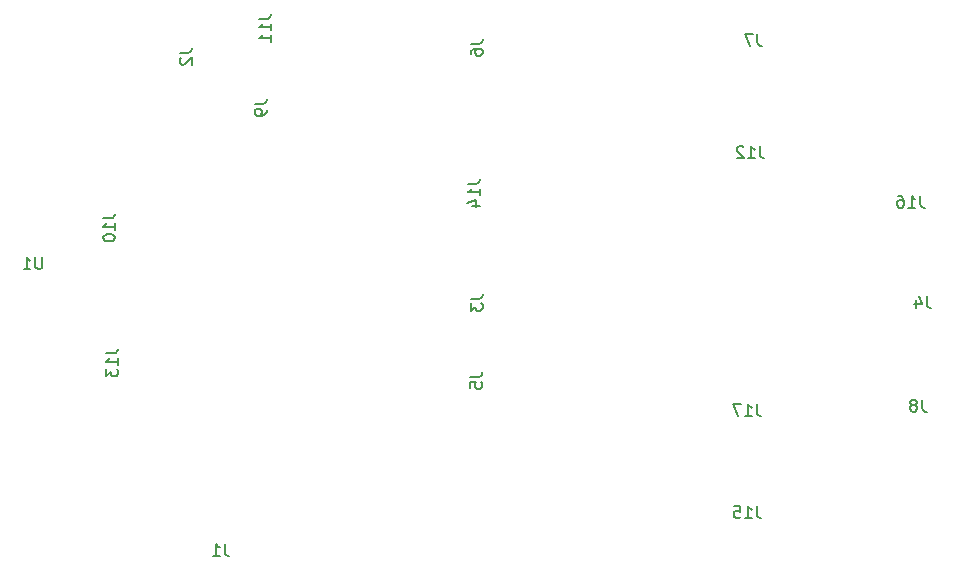
<source format=gbr>
G04 #@! TF.GenerationSoftware,KiCad,Pcbnew,(5.1.5-0-10_14)*
G04 #@! TF.CreationDate,2021-11-28T08:27:30+10:00*
G04 #@! TF.ProjectId,OH - Left Console - Output Distribution,4f48202d-204c-4656-9674-20436f6e736f,rev?*
G04 #@! TF.SameCoordinates,Original*
G04 #@! TF.FileFunction,Legend,Bot*
G04 #@! TF.FilePolarity,Positive*
%FSLAX46Y46*%
G04 Gerber Fmt 4.6, Leading zero omitted, Abs format (unit mm)*
G04 Created by KiCad (PCBNEW (5.1.5-0-10_14)) date 2021-11-28 08:27:30*
%MOMM*%
%LPD*%
G04 APERTURE LIST*
%ADD10C,0.150000*%
G04 APERTURE END LIST*
D10*
X164933380Y-49101476D02*
X165647666Y-49101476D01*
X165790523Y-49053857D01*
X165885761Y-48958619D01*
X165933380Y-48815761D01*
X165933380Y-48720523D01*
X165933380Y-50101476D02*
X165933380Y-49530047D01*
X165933380Y-49815761D02*
X164933380Y-49815761D01*
X165076238Y-49720523D01*
X165171476Y-49625285D01*
X165219095Y-49530047D01*
X165266714Y-50958619D02*
X165933380Y-50958619D01*
X164885761Y-50720523D02*
X165600047Y-50482428D01*
X165600047Y-51101476D01*
X165187380Y-37258666D02*
X165901666Y-37258666D01*
X166044523Y-37211047D01*
X166139761Y-37115809D01*
X166187380Y-36972952D01*
X166187380Y-36877714D01*
X165187380Y-38163428D02*
X165187380Y-37972952D01*
X165235000Y-37877714D01*
X165282619Y-37830095D01*
X165425476Y-37734857D01*
X165615952Y-37687238D01*
X165996904Y-37687238D01*
X166092142Y-37734857D01*
X166139761Y-37782476D01*
X166187380Y-37877714D01*
X166187380Y-38068190D01*
X166139761Y-38163428D01*
X166092142Y-38211047D01*
X165996904Y-38258666D01*
X165758809Y-38258666D01*
X165663571Y-38211047D01*
X165615952Y-38163428D01*
X165568333Y-38068190D01*
X165568333Y-37877714D01*
X165615952Y-37782476D01*
X165663571Y-37734857D01*
X165758809Y-37687238D01*
X165163380Y-65452666D02*
X165877666Y-65452666D01*
X166020523Y-65405047D01*
X166115761Y-65309809D01*
X166163380Y-65166952D01*
X166163380Y-65071714D01*
X165163380Y-66405047D02*
X165163380Y-65928857D01*
X165639571Y-65881238D01*
X165591952Y-65928857D01*
X165544333Y-66024095D01*
X165544333Y-66262190D01*
X165591952Y-66357428D01*
X165639571Y-66405047D01*
X165734809Y-66452666D01*
X165972904Y-66452666D01*
X166068142Y-66405047D01*
X166115761Y-66357428D01*
X166163380Y-66262190D01*
X166163380Y-66024095D01*
X166115761Y-65928857D01*
X166068142Y-65881238D01*
X165187380Y-58848666D02*
X165901666Y-58848666D01*
X166044523Y-58801047D01*
X166139761Y-58705809D01*
X166187380Y-58562952D01*
X166187380Y-58467714D01*
X165187380Y-59229619D02*
X165187380Y-59848666D01*
X165568333Y-59515333D01*
X165568333Y-59658190D01*
X165615952Y-59753428D01*
X165663571Y-59801047D01*
X165758809Y-59848666D01*
X165996904Y-59848666D01*
X166092142Y-59801047D01*
X166139761Y-59753428D01*
X166187380Y-59658190D01*
X166187380Y-59372476D01*
X166139761Y-59277238D01*
X166092142Y-59229619D01*
X140549380Y-38020666D02*
X141263666Y-38020666D01*
X141406523Y-37973047D01*
X141501761Y-37877809D01*
X141549380Y-37734952D01*
X141549380Y-37639714D01*
X140644619Y-38449238D02*
X140597000Y-38496857D01*
X140549380Y-38592095D01*
X140549380Y-38830190D01*
X140597000Y-38925428D01*
X140644619Y-38973047D01*
X140739857Y-39020666D01*
X140835095Y-39020666D01*
X140977952Y-38973047D01*
X141549380Y-38401619D01*
X141549380Y-39020666D01*
X144351333Y-79589380D02*
X144351333Y-80303666D01*
X144398952Y-80446523D01*
X144494190Y-80541761D01*
X144637047Y-80589380D01*
X144732285Y-80589380D01*
X143351333Y-80589380D02*
X143922761Y-80589380D01*
X143637047Y-80589380D02*
X143637047Y-79589380D01*
X143732285Y-79732238D01*
X143827523Y-79827476D01*
X143922761Y-79875095D01*
X203406333Y-67397380D02*
X203406333Y-68111666D01*
X203453952Y-68254523D01*
X203549190Y-68349761D01*
X203692047Y-68397380D01*
X203787285Y-68397380D01*
X202787285Y-67825952D02*
X202882523Y-67778333D01*
X202930142Y-67730714D01*
X202977761Y-67635476D01*
X202977761Y-67587857D01*
X202930142Y-67492619D01*
X202882523Y-67445000D01*
X202787285Y-67397380D01*
X202596809Y-67397380D01*
X202501571Y-67445000D01*
X202453952Y-67492619D01*
X202406333Y-67587857D01*
X202406333Y-67635476D01*
X202453952Y-67730714D01*
X202501571Y-67778333D01*
X202596809Y-67825952D01*
X202787285Y-67825952D01*
X202882523Y-67873571D01*
X202930142Y-67921190D01*
X202977761Y-68016428D01*
X202977761Y-68206904D01*
X202930142Y-68302142D01*
X202882523Y-68349761D01*
X202787285Y-68397380D01*
X202596809Y-68397380D01*
X202501571Y-68349761D01*
X202453952Y-68302142D01*
X202406333Y-68206904D01*
X202406333Y-68016428D01*
X202453952Y-67921190D01*
X202501571Y-67873571D01*
X202596809Y-67825952D01*
X203787333Y-58634380D02*
X203787333Y-59348666D01*
X203834952Y-59491523D01*
X203930190Y-59586761D01*
X204073047Y-59634380D01*
X204168285Y-59634380D01*
X202882571Y-58967714D02*
X202882571Y-59634380D01*
X203120666Y-58586761D02*
X203358761Y-59301047D01*
X202739714Y-59301047D01*
X203247523Y-50125380D02*
X203247523Y-50839666D01*
X203295142Y-50982523D01*
X203390380Y-51077761D01*
X203533238Y-51125380D01*
X203628476Y-51125380D01*
X202247523Y-51125380D02*
X202818952Y-51125380D01*
X202533238Y-51125380D02*
X202533238Y-50125380D01*
X202628476Y-50268238D01*
X202723714Y-50363476D01*
X202818952Y-50411095D01*
X201390380Y-50125380D02*
X201580857Y-50125380D01*
X201676095Y-50173000D01*
X201723714Y-50220619D01*
X201818952Y-50363476D01*
X201866571Y-50553952D01*
X201866571Y-50934904D01*
X201818952Y-51030142D01*
X201771333Y-51077761D01*
X201676095Y-51125380D01*
X201485619Y-51125380D01*
X201390380Y-51077761D01*
X201342761Y-51030142D01*
X201295142Y-50934904D01*
X201295142Y-50696809D01*
X201342761Y-50601571D01*
X201390380Y-50553952D01*
X201485619Y-50506333D01*
X201676095Y-50506333D01*
X201771333Y-50553952D01*
X201818952Y-50601571D01*
X201866571Y-50696809D01*
X128904904Y-55332380D02*
X128904904Y-56141904D01*
X128857285Y-56237142D01*
X128809666Y-56284761D01*
X128714428Y-56332380D01*
X128523952Y-56332380D01*
X128428714Y-56284761D01*
X128381095Y-56237142D01*
X128333476Y-56141904D01*
X128333476Y-55332380D01*
X127333476Y-56332380D02*
X127904904Y-56332380D01*
X127619190Y-56332380D02*
X127619190Y-55332380D01*
X127714428Y-55475238D01*
X127809666Y-55570476D01*
X127904904Y-55618095D01*
X189404523Y-67778380D02*
X189404523Y-68492666D01*
X189452142Y-68635523D01*
X189547380Y-68730761D01*
X189690238Y-68778380D01*
X189785476Y-68778380D01*
X188404523Y-68778380D02*
X188975952Y-68778380D01*
X188690238Y-68778380D02*
X188690238Y-67778380D01*
X188785476Y-67921238D01*
X188880714Y-68016476D01*
X188975952Y-68064095D01*
X188071190Y-67778380D02*
X187404523Y-67778380D01*
X187833095Y-68778380D01*
X189404523Y-76414380D02*
X189404523Y-77128666D01*
X189452142Y-77271523D01*
X189547380Y-77366761D01*
X189690238Y-77414380D01*
X189785476Y-77414380D01*
X188404523Y-77414380D02*
X188975952Y-77414380D01*
X188690238Y-77414380D02*
X188690238Y-76414380D01*
X188785476Y-76557238D01*
X188880714Y-76652476D01*
X188975952Y-76700095D01*
X187499761Y-76414380D02*
X187975952Y-76414380D01*
X188023571Y-76890571D01*
X187975952Y-76842952D01*
X187880714Y-76795333D01*
X187642619Y-76795333D01*
X187547380Y-76842952D01*
X187499761Y-76890571D01*
X187452142Y-76985809D01*
X187452142Y-77223904D01*
X187499761Y-77319142D01*
X187547380Y-77366761D01*
X187642619Y-77414380D01*
X187880714Y-77414380D01*
X187975952Y-77366761D01*
X188023571Y-77319142D01*
X134326380Y-63452476D02*
X135040666Y-63452476D01*
X135183523Y-63404857D01*
X135278761Y-63309619D01*
X135326380Y-63166761D01*
X135326380Y-63071523D01*
X135326380Y-64452476D02*
X135326380Y-63881047D01*
X135326380Y-64166761D02*
X134326380Y-64166761D01*
X134469238Y-64071523D01*
X134564476Y-63976285D01*
X134612095Y-63881047D01*
X134326380Y-64785809D02*
X134326380Y-65404857D01*
X134707333Y-65071523D01*
X134707333Y-65214380D01*
X134754952Y-65309619D01*
X134802571Y-65357238D01*
X134897809Y-65404857D01*
X135135904Y-65404857D01*
X135231142Y-65357238D01*
X135278761Y-65309619D01*
X135326380Y-65214380D01*
X135326380Y-64928666D01*
X135278761Y-64833428D01*
X135231142Y-64785809D01*
X189658523Y-45934380D02*
X189658523Y-46648666D01*
X189706142Y-46791523D01*
X189801380Y-46886761D01*
X189944238Y-46934380D01*
X190039476Y-46934380D01*
X188658523Y-46934380D02*
X189229952Y-46934380D01*
X188944238Y-46934380D02*
X188944238Y-45934380D01*
X189039476Y-46077238D01*
X189134714Y-46172476D01*
X189229952Y-46220095D01*
X188277571Y-46029619D02*
X188229952Y-45982000D01*
X188134714Y-45934380D01*
X187896619Y-45934380D01*
X187801380Y-45982000D01*
X187753761Y-46029619D01*
X187706142Y-46124857D01*
X187706142Y-46220095D01*
X187753761Y-46362952D01*
X188325190Y-46934380D01*
X187706142Y-46934380D01*
X147280380Y-35131476D02*
X147994666Y-35131476D01*
X148137523Y-35083857D01*
X148232761Y-34988619D01*
X148280380Y-34845761D01*
X148280380Y-34750523D01*
X148280380Y-36131476D02*
X148280380Y-35560047D01*
X148280380Y-35845761D02*
X147280380Y-35845761D01*
X147423238Y-35750523D01*
X147518476Y-35655285D01*
X147566095Y-35560047D01*
X148280380Y-37083857D02*
X148280380Y-36512428D01*
X148280380Y-36798142D02*
X147280380Y-36798142D01*
X147423238Y-36702904D01*
X147518476Y-36607666D01*
X147566095Y-36512428D01*
X134072380Y-52022476D02*
X134786666Y-52022476D01*
X134929523Y-51974857D01*
X135024761Y-51879619D01*
X135072380Y-51736761D01*
X135072380Y-51641523D01*
X135072380Y-53022476D02*
X135072380Y-52451047D01*
X135072380Y-52736761D02*
X134072380Y-52736761D01*
X134215238Y-52641523D01*
X134310476Y-52546285D01*
X134358095Y-52451047D01*
X134072380Y-53641523D02*
X134072380Y-53736761D01*
X134120000Y-53832000D01*
X134167619Y-53879619D01*
X134262857Y-53927238D01*
X134453333Y-53974857D01*
X134691428Y-53974857D01*
X134881904Y-53927238D01*
X134977142Y-53879619D01*
X135024761Y-53832000D01*
X135072380Y-53736761D01*
X135072380Y-53641523D01*
X135024761Y-53546285D01*
X134977142Y-53498666D01*
X134881904Y-53451047D01*
X134691428Y-53403428D01*
X134453333Y-53403428D01*
X134262857Y-53451047D01*
X134167619Y-53498666D01*
X134120000Y-53546285D01*
X134072380Y-53641523D01*
X146899380Y-42338666D02*
X147613666Y-42338666D01*
X147756523Y-42291047D01*
X147851761Y-42195809D01*
X147899380Y-42052952D01*
X147899380Y-41957714D01*
X147899380Y-42862476D02*
X147899380Y-43052952D01*
X147851761Y-43148190D01*
X147804142Y-43195809D01*
X147661285Y-43291047D01*
X147470809Y-43338666D01*
X147089857Y-43338666D01*
X146994619Y-43291047D01*
X146947000Y-43243428D01*
X146899380Y-43148190D01*
X146899380Y-42957714D01*
X146947000Y-42862476D01*
X146994619Y-42814857D01*
X147089857Y-42767238D01*
X147327952Y-42767238D01*
X147423190Y-42814857D01*
X147470809Y-42862476D01*
X147518428Y-42957714D01*
X147518428Y-43148190D01*
X147470809Y-43243428D01*
X147423190Y-43291047D01*
X147327952Y-43338666D01*
X189436333Y-36409380D02*
X189436333Y-37123666D01*
X189483952Y-37266523D01*
X189579190Y-37361761D01*
X189722047Y-37409380D01*
X189817285Y-37409380D01*
X189055380Y-36409380D02*
X188388714Y-36409380D01*
X188817285Y-37409380D01*
M02*

</source>
